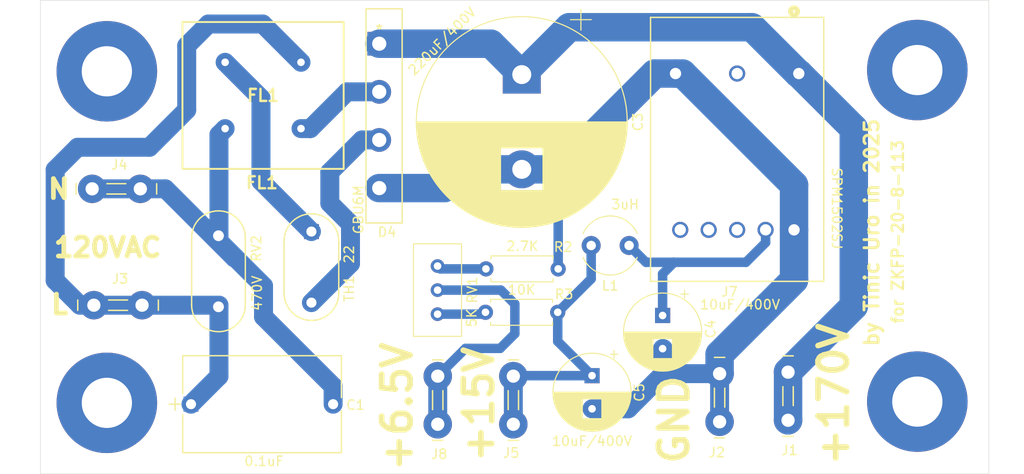
<source format=kicad_pcb>
(kicad_pcb (version 20241228) (generator "pcbnew") (generator_version "9.0")
  (layers (0 "F.Cu" signal) (2 "B.Cu" signal) (13 "F.Paste" user) (15 "B.Paste" user) (5 "F.SilkS" user "F.Silkscreen") (7 "B.SilkS" user "B.Silkscreen") (1 "F.Mask" user) (3 "B.Mask" user) (25 "Edge.Cuts" user))
  (net 0 "")
  (net 1 "GND")
  (net 2 "ACN")
  (net 3 "+15V")
  (net 4 "+170V")
  (net 5 "Net-(D4-Pad3)")
  (net 10 "+6V")
  (net 11 "Net-(R2-Pad1)")
  (net 12 "Net-(R3-Pad2)")
  (net 13 "ACL")
  (net 14 "/VOUT")
  (net 15 "Net-(D4-Pad2)")
  (net 16 "Net-(FL1-Pad2)")
  (footprint "Capacitor_THT:CP_Radial_D8.0mm_P3.50mm" (layer "F.Cu") (at 97.09 67.727349 -90)
    (property "Reference" "C4" (at 1.432651 -5.06 270) (layer "F.SilkS"))
    (property "Value" "10uF/400V" (at -1.15 -8.16 0) (layer "F.SilkS"))
    (pad "1" thru_hole rect (at 0 0 270) (size 1.6 1.6) (drill 0.8) (layers "*.Cu" "*.Mask") (net 14 "/VOUT"))
    (pad "2" thru_hole circle (at 3.5 0 270) (size 1.6 1.6) (drill 0.8) (layers "*.Cu" "*.Mask") (net 1 "GND"))
  )
  (footprint "ac-dc-converter:CONN_726386-2_TEC" (layer "F.Cu") (at 103.100001 78.947834 90)
    (property "Reference" "J2" (at -3.232166 -0.290001 0) (layer "F.SilkS"))
    (property "Value" "726386-2")
    (pad "1" thru_hole circle (at 0 0 90) (size 3 3) (drill 1.4) (layers "*.Cu" "*.Mask") (net 1 "GND"))
    (pad "2" thru_hole circle (at 5.08 0 90) (size 3 3) (drill 1.4) (layers "*.Cu" "*.Mask") (net 1 "GND"))
  )
  (footprint "MountingHole:MountingHole_5.3mm_M5_Pad" (layer "F.Cu") (at 123.950001 76.817834)
    (property "Reference" "REF**" (hide yes))
    (property "Value" "MountingHole_5.3mm_M5_Pad")
    (pad "1" thru_hole circle (at 0 0) (size 10.6 10.6) (drill 5.3) (layers "*.Cu" "*.Mask"))
  )
  (footprint "ac-dc-converter:SU9HF07015" (layer "F.Cu") (at 58.96 41 180)
    (property "Reference" "FL1" (at 4 -3.5 0) (layer "F.SilkS") (effects (font (size 1.27 1.27) (thickness 0.254))))
    (property "Value" "1.5mH" (hide yes))
    (fp_text user "${REFERENCE}" (at 4.12 -12.72 0) (layer "F.SilkS") (effects (font (size 1.27 1.27) (thickness 0.254))))
    (pad "1" thru_hole circle (at 0 0 180) (size 1.3 1.3) (drill 0.8) (layers "*.Cu" "*.Mask") (net 13 "ACL"))
    (pad "2" thru_hole circle (at 8 0 180) (size 1.3 1.3) (drill 0.8) (layers "*.Cu" "*.Mask") (net 16 "Net-(FL1-Pad2)"))
    (pad "3" thru_hole circle (at 8 -7 180) (size 1.3 1.3) (drill 0.8) (layers "*.Cu" "*.Mask") (net 2 "ACN"))
    (pad "4" thru_hole circle (at 0 -7 180) (size 1.3 1.3) (drill 0.8) (layers "*.Cu" "*.Mask") (net 15 "Net-(D4-Pad2)"))
  )
  (footprint "ac-dc-converter:CONN8_502SJ_TMA" (layer "F.Cu") (at 111.449998 42.187831 -90)
    (property "Reference" "J7" (at 23.040003 7.299997 0) (layer "F.SilkS"))
    (property "Value" "SPM1502SJ" (at 14.250003 -4.010003 270) (layer "F.SilkS"))
    (pad "1" thru_hole circle (at 0 0 270) (size 1.7018 1.7018) (drill 1.1938) (layers "*.Cu" "*.Mask") (net 4 "+170V"))
    (pad "3" thru_hole circle (at 0 6.499998 270) (size 1.7018 1.7018) (drill 1.1938) (layers "*.Cu" "*.Mask"))
    (pad "5" thru_hole circle (at 0 12.999996 270) (size 1.7018 1.7018) (drill 1.1938) (layers "*.Cu" "*.Mask") (net 1 "GND"))
    (pad "6" thru_hole circle (at 16.500003 12.499996 270) (size 1.7018 1.7018) (drill 1.1938) (layers "*.Cu" "*.Mask"))
    (pad "7" thru_hole circle (at 16.500003 9.499997 270) (size 1.7018 1.7018) (drill 1.1938) (layers "*.Cu" "*.Mask"))
    (pad "8" thru_hole circle (at 16.500003 6.499998 270) (size 1.7018 1.7018) (drill 1.1938) (layers "*.Cu" "*.Mask"))
    (pad "9" thru_hole circle (at 16.500003 3.499999 270) (size 1.7018 1.7018) (drill 1.1938) (layers "*.Cu" "*.Mask") (net 14 "/VOUT"))
    (pad "10" thru_hole circle (at 16.500003 0.5 270) (size 1.7018 1.7018) (drill 1.1938) (layers "*.Cu" "*.Mask") (net 1 "GND"))
  )
  (footprint "Capacitor_THT:CP_Radial_D8.0mm_P3.50mm" (layer "F.Cu") (at 89.65 74.077349 -90)
    (property "Reference" "C5" (at 1.782651 -4.99 270) (layer "F.SilkS"))
    (property "Value" "10uF/400V" (at 6.912651 0.01 0) (layer "F.SilkS"))
    (pad "1" thru_hole rect (at 0 0 270) (size 1.6 1.6) (drill 0.8) (layers "*.Cu" "*.Mask") (net 3 "+15V"))
    (pad "2" thru_hole circle (at 3.5 0 270) (size 1.6 1.6) (drill 0.8) (layers "*.Cu" "*.Mask") (net 1 "GND"))
  )
  (footprint "ac-dc-converter:CAP_17.5 X 10 X 16.5_VIS" (layer "F.Cu") (at 47.36105 77.09)
    (property "Reference" "C1" (at 17.34895 0.09 0) (layer "F.SilkS"))
    (property "Value" "0.1uF" (at 7.69895 6.02 0) (layer "F.SilkS"))
    (pad "1" thru_hole rect (at 0 0) (size 1.5748 1.5748) (drill 1.0668) (layers "*.Cu" "*.Mask") (net 13 "ACL"))
    (pad "2" thru_hole circle (at 14.986 0) (size 1.5748 1.5748) (drill 1.0668) (layers "*.Cu" "*.Mask") (net 2 "ACN"))
  )
  (footprint "ac-dc-converter:RECT_GBU_VIS" (layer "F.Cu") (at 67.212 39.04)
    (property "Reference" "D4" (at 0.818 19.89 0) (layer "F.SilkS"))
    (property "Value" "GBU6M" (at -2.192 17.52 90) (layer "F.SilkS"))
    (fp_text user "*" (at 0 -1.4732 0) (layer "F.SilkS"))
    (fp_text user "*" (at 0 -1.4732 0) (layer "F.SilkS"))
    (pad "1" thru_hole rect (at 0 0) (size 2.5 2.5) (drill 1.5) (layers "*.Cu" "*.Mask") (net 4 "+170V"))
    (pad "2" thru_hole circle (at 0 5.08) (size 2.5 2.5) (drill 1.5) (layers "*.Cu" "*.Mask") (net 15 "Net-(D4-Pad2)"))
    (pad "3" thru_hole circle (at 0 10.16) (size 2.5 2.5) (drill 1.5) (layers "*.Cu" "*.Mask") (net 5 "Net-(D4-Pad3)"))
    (pad "4" thru_hole circle (at 0 15.24) (size 2.5 2.5) (drill 1.5) (layers "*.Cu" "*.Mask") (net 1 "GND"))
  )
  (footprint "ac-dc-converter:MF72-010D9_CTM" (layer "F.Cu") (at 60.06 58.87 -90)
    (property "Reference" "TH1" (at 6.03 -3.98 90) (layer "F.SilkS"))
    (property "Value" "22" (at 2.4 -3.98 90) (layer "F.SilkS"))
    (pad "1" thru_hole rect (at 0 0 270) (size 1.5748 1.5748) (drill 1.0668) (layers "*.Cu" "*.Mask") (net 16 "Net-(FL1-Pad2)"))
    (pad "2" thru_hole circle (at 7.5 0 270) (size 1.5748 1.5748) (drill 1.0668) (layers "*.Cu" "*.Mask") (net 5 "Net-(D4-Pad3)"))
  )
  (footprint "ac-dc-converter:CONN_726386-2_TEC" (layer "F.Cu") (at 36.94 54.36)
    (property "Reference" "J4" (at 2.87 -2.54 0) (layer "F.SilkS"))
    (property "Value" "726386-2")
    (pad "1" thru_hole circle (at 0 0) (size 3 3) (drill 1.4) (layers "*.Cu" "*.Mask") (net 2 "ACN"))
    (pad "2" thru_hole circle (at 5.08 0) (size 3 3) (drill 1.4) (layers "*.Cu" "*.Mask") (net 2 "ACN"))
  )
  (footprint "Resistor_THT:R_Axial_DIN0207_L6.3mm_D2.5mm_P7.62mm_Horizontal" (layer "F.Cu") (at 86.030001 67.387834 180)
    (property "Reference" "R3" (at -0.669999 1.897834 0) (layer "F.SilkS"))
    (property "Value" "10K" (at 3.81 2.37 0) (layer "F.SilkS"))
    (pad "1" thru_hole circle (at 0 0 180) (size 1.6 1.6) (drill 0.8) (layers "*.Cu" "*.Mask") (net 3 "+15V"))
    (pad "2" thru_hole oval (at 7.62 0 180) (size 1.6 1.6) (drill 0.8) (layers "*.Cu" "*.Mask") (net 12 "Net-(R3-Pad2)"))
  )
  (footprint "Capacitor_THT:CP_Radial_D22.0mm_P10.00mm_SnapIn" (layer "F.Cu") (at 82.24 42.3 -90)
    (property "Reference" "C3" (at 5 -12.25 90) (layer "F.SilkS"))
    (property "Value" "220uF/400V" (at -3.52 8.39 45) (layer "F.SilkS"))
    (pad "1" thru_hole rect (at 0 0 270) (size 4 4) (drill 2) (layers "*.Cu" "*.Mask") (net 4 "+170V"))
    (pad "2" thru_hole circle (at 10 0 270) (size 4 4) (drill 2) (layers "*.Cu" "*.Mask") (net 1 "GND"))
  )
  (footprint "ac-dc-converter:CONN_726386-2_TEC" (layer "F.Cu") (at 37.12 66.64)
    (property "Reference" "J3" (at 2.77 -2.78 0) (layer "F.SilkS"))
    (property "Value" "726386-2")
    (pad "1" thru_hole circle (at 0 0) (size 3 3) (drill 1.4) (layers "*.Cu" "*.Mask") (net 13 "ACL"))
    (pad "2" thru_hole circle (at 5.08 0) (size 3 3) (drill 1.4) (layers "*.Cu" "*.Mask") (net 13 "ACL"))
  )
  (footprint "Resistor_THT:R_Axial_DIN0207_L6.3mm_D2.5mm_P7.62mm_Horizontal" (layer "F.Cu") (at 78.460001 62.807834)
    (property "Reference" "R2" (at 8.139999 -2.307834 0) (layer "F.SilkS"))
    (property "Value" "2.7K" (at 3.84 -2.39 0) (layer "F.SilkS"))
    (pad "1" thru_hole circle (at 0 0) (size 1.6 1.6) (drill 0.8) (layers "*.Cu" "*.Mask") (net 11 "Net-(R2-Pad1)"))
    (pad "2" thru_hole oval (at 7.62 0) (size 1.6 1.6) (drill 0.8) (layers "*.Cu" "*.Mask") (net 1 "GND"))
  )
  (footprint "ac-dc-converter:CONN_726386-2_TEC" (layer "F.Cu") (at 73.38 79.21 90)
    (property "Reference" "J8" (at -3.16 0.15 0) (layer "F.SilkS"))
    (property "Value" "726386-2")
    (pad "1" thru_hole circle (at 0 0 90) (size 3 3) (drill 1.4) (layers "*.Cu" "*.Mask") (net 10 "+6V"))
    (pad "2" thru_hole circle (at 5.08 0 90) (size 3 3) (drill 1.4) (layers "*.Cu" "*.Mask") (net 10 "+6V"))
  )
  (footprint "Inductor_THT:L_Radial_D6.0mm_P4.00mm" (layer "F.Cu") (at 93.560001 60.337834 180)
    (property "Reference" "L1" (at 2 -4.25 0) (layer "F.SilkS"))
    (property "Value" "3uH" (at 0.42 4.33 0) (layer "F.SilkS"))
    (pad "1" thru_hole circle (at 0 0 180) (size 2 2) (drill 1) (layers "*.Cu" "*.Mask") (net 14 "/VOUT"))
    (pad "2" thru_hole circle (at 4 0 180) (size 2 2) (drill 1) (layers "*.Cu" "*.Mask") (net 3 "+15V"))
  )
  (footprint "ac-dc-converter:CONN_726386-2_TEC" (layer "F.Cu") (at 81.35 79.21 90)
    (property "Reference" "J5" (at -3.02 -0.22 0) (layer "F.SilkS"))
    (property "Value" "726386-2")
    (pad "1" thru_hole circle (at 0 0 90) (size 3 3) (drill 1.4) (layers "*.Cu" "*.Mask") (net 3 "+15V"))
    (pad "2" thru_hole circle (at 5.08 0 90) (size 3 3) (drill 1.4) (layers "*.Cu" "*.Mask") (net 3 "+15V"))
  )
  (footprint "ac-dc-converter:CONN_726386-2_TEC" (layer "F.Cu") (at 110.320001 78.787834 90)
    (property "Reference" "J1" (at -3.162166 0.149999 0) (layer "F.SilkS"))
    (property "Value" "726386-2")
    (pad "1" thru_hole circle (at 0 0 90) (size 3 3) (drill 1.4) (layers "*.Cu" "*.Mask") (net 4 "+170V"))
    (pad "2" thru_hole circle (at 5.08 0 90) (size 3 3) (drill 1.4) (layers "*.Cu" "*.Mask") (net 4 "+170V"))
  )
  (footprint "Potentiometer_THT:Potentiometer_Bourns_3296W_Vertical" (layer "F.Cu") (at 73.360001 67.587834 -90)
    (property "Reference" "RV1" (at -2.54 -3.66 90) (layer "F.SilkS"))
    (property "Value" "5K" (at 0.392166 -3.599999 90) (layer "F.SilkS"))
    (pad "1" thru_hole circle (at 0 0 270) (size 1.44 1.44) (drill 0.8) (layers "*.Cu" "*.Mask") (net 12 "Net-(R3-Pad2)"))
    (pad "2" thru_hole circle (at -2.54 0 270) (size 1.44 1.44) (drill 0.8) (layers "*.Cu" "*.Mask") (net 10 "+6V"))
    (pad "3" thru_hole circle (at -5.08 0 270) (size 1.44 1.44) (drill 0.8) (layers "*.Cu" "*.Mask") (net 11 "Net-(R2-Pad1)"))
  )
  (footprint "MountingHole:MountingHole_5.3mm_M5_Pad" (layer "F.Cu") (at 38.49 41.95)
    (property "Reference" "REF**" (hide yes))
    (property "Value" "MountingHole_5.3mm_M5_Pad")
    (pad "1" thru_hole circle (at 0 0) (size 10.6 10.6) (drill 5.3) (layers "*.Cu" "*.Mask"))
  )
  (footprint "MountingHole:MountingHole_5.3mm_M5_Pad" (layer "F.Cu") (at 38.49 76.95)
    (property "Reference" "REF**" (hide yes))
    (property "Value" "MountingHole_5.3mm_M5_Pad")
    (pad "1" thru_hole circle (at 0 0) (size 10.6 10.6) (drill 5.3) (layers "*.Cu" "*.Mask"))
  )
  (footprint "ac-dc-converter:VAR_MOV-10D471K_BRN" (layer "F.Cu") (at 50.26 63.06 90)
    (property "Reference" "RV2" (at 2.41 4 90) (layer "F.SilkS"))
    (property "Value" "470V" (at -2.32 4.07 90) (layer "F.SilkS"))
    (pad "1" thru_hole rect (at -3.75 0 90) (size 1.651 1.651) (drill 1.143) (layers "*.Cu" "*.Mask") (net 13 "ACL"))
    (pad "2" thru_hole circle (at 3.75 0 90) (size 1.651 1.651) (drill 1.143) (layers "*.Cu" "*.Mask") (net 2 "ACN"))
  )
  (footprint "MountingHole:MountingHole_5.3mm_M5_Pad" (layer "F.Cu") (at 123.950001 41.817834)
    (property "Reference" "REF**" (hide yes))
    (property "Value" "MountingHole_5.3mm_M5_Pad")
    (pad "1" thru_hole circle (at 0 0) (size 10.6 10.6) (drill 5.3) (layers "*.Cu" "*.Mask"))
  )
  (gr_rect (start 31.49 34.45) (end 131.49 84.45) (stroke (width 0.05)) (fill no) (layer "Edge.Cuts"))
  (gr_text "by Tinic Uro in 2025" (at 120.02 71.13 90) (layer "F.SilkS") (effects (font (size 1.5 1.5) (thickness 0.3) (bold yes)) (justify left bottom)))
  (gr_text "GND" (at 100.05 83.69 90) (layer "F.SilkS") (effects (font (size 3 3) (thickness 0.6) (bold yes)) (justify left bottom)))
  (gr_text "120VAC" (at 32.67 61.72 0) (layer "F.SilkS") (effects (font (size 2 2) (thickness 0.5) (bold yes)) (justify left bottom)))
  (gr_text "for ZKFP-20-8-113" (at 122.59 68.7 90) (layer "F.SilkS") (effects (font (size 1.2 1.2) (thickness 0.24) (bold yes)) (justify left bottom)))
  (gr_text "+15V" (at 79.47 83.5 90) (layer "F.SilkS") (effects (font (size 3 3) (thickness 0.6) (bold yes)) (justify left bottom)))
  (gr_text "N" (at 32.05 55.55 0) (layer "F.SilkS") (effects (font (size 2 2) (thickness 0.5) (bold yes)) (justify left bottom)))
  (gr_text "L" (at 32.37 67.74 0) (layer "F.SilkS") (effects (font (size 2 2) (thickness 0.5) (bold yes)) (justify left bottom)))
  (gr_text "+170V" (at 116.880001 83.867834 90) (layer "F.SilkS") (effects (font (size 3 3) (thickness 0.6) (bold yes)) (justify left bottom)))
  (gr_text "+6.5V" (at 70.86 84.46 90) (layer "F.SilkS") (effects (font (size 3 3) (thickness 0.6) (bold yes)) (justify left bottom)))
  (segment (start 98.422171 42.16) (end 98.450002 42.187831) (width 2) (layer "B.Cu") (net 1))
  (segment (start 86.080001 52.3) (end 82.24 52.3) (width 3) (layer "B.Cu") (net 1))
  (segment (start 67.212 54.28) (end 74.07 54.28) (width 3) (layer "B.Cu") (net 1))
  (segment (start 93.462651 77.577349) (end 97.09 73.95) (width 2) (layer "B.Cu") (net 1))
  (segment (start 97.172166 73.867834) (end 97.09 73.95) (width 2) (layer "B.Cu") (net 1))
  (segment (start 86.080001 62.807834) (end 86.080001 52.3) (width 1) (layer "B.Cu") (net 1))
  (segment (start 86.100001 52.32) (end 86.13 52.32) (width 3) (layer "B.Cu") (net 1))
  (segment (start 96.262169 42.187831) (end 98.450002 42.187831) (width 3) (layer "B.Cu") (net 1))
  (segment (start 110.949998 53.949998) (end 110.949998 58.687834) (width 3) (layer "B.Cu") (net 1))
  (segment (start 97.09 71.227349) (end 97.167349 71.227349) (width 2) (layer "B.Cu") (net 1))
  (segment (start 103.100001 73.867834) (end 97.172166 73.867834) (width 2) (layer "B.Cu") (net 1))
  (segment (start 86.13 52.32) (end 96.262169 42.187831) (width 3) (layer "B.Cu") (net 1))
  (segment (start 103.100001 71.829999) (end 103.100001 73.867834) (width 3) (layer "B.Cu") (net 1))
  (segment (start 76.05 52.3) (end 82.24 52.3) (width 3) (layer "B.Cu") (net 1))
  (segment (start 89.65 77.577349) (end 93.462651 77.577349) (width 2) (layer "B.Cu") (net 1))
  (segment (start 110.949998 58.687834) (end 110.949998 63.980002) (width 3) (layer "B.Cu") (net 1))
  (segment (start 74.07 54.28) (end 76.05 52.3) (width 3) (layer "B.Cu") (net 1))
  (segment (start 98.450002 42.187831) (end 99.187831 42.187831) (width 3) (layer "B.Cu") (net 1))
  (segment (start 99.187831 42.187831) (end 110.949998 53.949998) (width 3) (layer "B.Cu") (net 1))
  (segment (start 110.949998 63.980002) (end 103.100001 71.829999) (width 3) (layer "B.Cu") (net 1))
  (segment (start 86.080001 52.3) (end 86.100001 52.32) (width 3) (layer "B.Cu") (net 1))
  (segment (start 103.100001 73.867834) (end 103.100001 78.947834) (width 2) (layer "B.Cu") (net 1))
  (segment (start 97.09 73.95) (end 97.09 71.227349) (width 2) (layer "B.Cu") (net 1))
  (segment (start 50.31 59.91) (end 55.01 64.61) (width 2) (layer "B.Cu") (net 2))
  (segment (start 55.01 67.86) (end 62.34705 75.19705) (width 2) (layer "B.Cu") (net 2))
  (segment (start 50.26 59.86) (end 50.26 59.31) (width 2) (layer "B.Cu") (net 2))
  (segment (start 52.055 61.655) (end 50.26 59.86) (width 2) (layer "B.Cu") (net 2))
  (segment (start 51.955 61.655) (end 52.055 61.655) (width 2) (layer "B.Cu") (net 2))
  (segment (start 36.94 54.36) (end 44.66 54.36) (width 2) (layer "B.Cu") (net 2))
  (segment (start 55.01 64.61) (end 55.01 67.86) (width 2) (layer "B.Cu") (net 2))
  (segment (start 62.34705 75.19705) (end 62.34705 77.09) (width 2) (layer "B.Cu") (net 2))
  (segment (start 44.66 54.36) (end 51.955 61.655) (width 2) (layer "B.Cu") (net 2))
  (segment (start 50.31 48.65) (end 50.31 59.91) (width 2) (layer "B.Cu") (net 2))
  (segment (start 50.96 48) (end 50.31 48.65) (width 2) (layer "B.Cu") (net 2))
  (segment (start 81.35 79.21) (end 81.35 74.13) (width 2) (layer "B.Cu") (net 3))
  (segment (start 89.560001 60.337834) (end 89.560001 63.857834) (width 1) (layer "B.Cu") (net 3))
  (segment (start 86.030001 70.45735) (end 89.65 74.077349) (width 1) (layer "B.Cu") (net 3))
  (segment (start 89.65 74.077349) (end 81.402651 74.077349) (width 1) (layer "B.Cu") (net 3))
  (segment (start 86.030001 67.387834) (end 86.030001 70.45735) (width 1) (layer "B.Cu") (net 3))
  (segment (start 81.402651 74.077349) (end 81.35 74.13) (width 1) (layer "B.Cu") (net 3))
  (segment (start 89.560001 63.857834) (end 86.030001 67.387834) (width 1) (layer "B.Cu") (net 3))
  (segment (start 82.24 42.3) (end 87.24 37.3) (width 3) (layer "B.Cu") (net 4))
  (segment (start 78.98 39.04) (end 82.24 42.3) (width 3) (layer "B.Cu") (net 4))
  (segment (start 117.25 47.987833) (end 111.449998 42.187831) (width 3) (layer "B.Cu") (net 4))
  (segment (start 87.24 37.3) (end 106.51 37.3) (width 3) (layer "B.Cu") (net 4))
  (segment (start 110.320001 73.669999) (end 117.25 66.74) (width 3) (layer "B.Cu") (net 4))
  (segment (start 67.212 39.04) (end 78.98 39.04) (width 3) (layer "B.Cu") (net 4))
  (segment (start 106.51 37.3) (end 111.397831 42.187831) (width 3) (layer "B.Cu") (net 4))
  (segment (start 117.25 66.74) (end 117.25 47.987833) (width 3) (layer "B.Cu") (net 4))
  (segment (start 111.397831 42.187831) (end 111.449998 42.187831) (width 3) (layer "B.Cu") (net 4))
  (segment (start 110.320001 78.787834) (end 110.320001 73.669999) (width 3) (layer "B.Cu") (net 4))
  (segment (start 65.39 49.2) (end 62 52.59) (width 2) (layer "B.Cu") (net 5))
  (segment (start 64.18 62.25) (end 60.06 66.37) (width 2) (layer "B.Cu") (net 5))
  (segment (start 64.18 58.06) (end 64.18 62.25) (width 2) (layer "B.Cu") (net 5))
  (segment (start 62 52.59) (end 62 55.88) (width 2) (layer "B.Cu") (net 5))
  (segment (start 67.212 49.2) (end 65.39 49.2) (width 2) (layer "B.Cu") (net 5))
  (segment (start 62 55.88) (end 64.18 58.06) (width 2) (layer "B.Cu") (net 5))
  (segment (start 81.51 69.65) (end 81.51 66.52) (width 1) (layer "B.Cu") (net 10))
  (segment (start 79.96 71.2) (end 81.51 69.65) (width 1) (layer "B.Cu") (net 10))
  (segment (start 80.037834 65.047834) (end 73.360001 65.047834) (width 1) (layer "B.Cu") (net 10))
  (segment (start 73.38 74.13) (end 76.31 71.2) (width 1) (layer "B.Cu") (net 10))
  (segment (start 81.51 66.52) (end 80.037834 65.047834) (width 1) (layer "B.Cu") (net 10))
  (segment (start 76.31 71.2) (end 79.96 71.2) (width 1) (layer "B.Cu") (net 10))
  (segment (start 73.38 74.13) (end 73.38 79.21) (width 2) (layer "B.Cu") (net 10))
  (segment (start 78.460001 62.807834) (end 73.660001 62.807834) (width 1) (layer "B.Cu") (net 11))
  (segment (start 73.660001 62.807834) (end 73.360001 62.507834) (width 1) (layer "B.Cu") (net 11))
  (segment (start 78.210001 67.587834) (end 78.410001 67.387834) (width 1) (layer "B.Cu") (net 12))
  (segment (start 73.360001 67.587834) (end 78.210001 67.587834) (width 1) (layer "B.Cu") (net 12))
  (segment (start 54.92 36.96) (end 58.96 41) (width 2) (layer "B.Cu") (net 13))
  (segment (start 42.98 49.97) (end 46.91 46.04) (width 2) (layer "B.Cu") (net 13))
  (segment (start 50.31 74.14105) (end 47.36105 77.09) (width 2) (layer "B.Cu") (net 13))
  (segment (start 50.31 66.64) (end 50.31 74.14105) (width 2) (layer "B.Cu") (net 13))
  (segment (start 37.12 66.64) (end 50.31 66.64) (width 2) (layer "B.Cu") (net 13))
  (segment (start 35.65 66.64) (end 33.04 64.03) (width 2) (layer "B.Cu") (net 13))
  (segment (start 46.91 39.25) (end 49.2 36.96) (width 2) (layer "B.Cu") (net 13))
  (segment (start 33.04 64.03) (end 33.04 52.34) (width 2) (layer "B.Cu") (net 13))
  (segment (start 33.04 52.34) (end 35.41 49.97) (width 2) (layer "B.Cu") (net 13))
  (segment (start 37.12 66.64) (end 35.65 66.64) (width 2) (layer "B.Cu") (net 13))
  (segment (start 46.91 46.04) (end 46.91 39.25) (width 2) (layer "B.Cu") (net 13))
  (segment (start 35.41 49.97) (end 42.98 49.97) (width 2) (layer "B.Cu") (net 13))
  (segment (start 49.2 36.96) (end 54.92 36.96) (width 2) (layer "B.Cu") (net 13))
  (segment (start 97.09 63.330002) (end 98.280001 62.140001) (width 1) (layer "B.Cu") (net 14))
  (segment (start 98.280001 62.140001) (end 98.25 62.11) (width 1) (layer "B.Cu") (net 14))
  (segment (start 107.949999 60.040001) (end 107.949999 58.687834) (width 1) (layer "B.Cu") (net 14))
  (segment (start 97.09 67.727349) (end 97.09 63.330002) (width 1) (layer "B.Cu") (net 14))
  (segment (start 98.25 62.11) (end 105.88 62.11) (width 1) (layer "B.Cu") (net 14))
  (segment (start 95.332167 62.11) (end 98.25 62.11) (width 1) (layer "B.Cu") (net 14))
  (segment (start 93.560001 60.337834) (end 95.332167 62.11) (width 1) (layer "B.Cu") (net 14))
  (segment (start 105.88 62.11) (end 107.949999 60.040001) (width 1) (layer "B.Cu") (net 14))
  (segment (start 59.94 48) (end 63.82 44.12) (width 2) (layer "B.Cu") (net 15))
  (segment (start 63.82 44.12) (end 67.212 44.12) (width 2) (layer "B.Cu") (net 15))
  (segment (start 58.96 48) (end 59.94 48) (width 2) (layer "B.Cu") (net 15))
  (segment (start 54.74 44.78) (end 54.74 53.55) (width 2) (layer "B.Cu") (net 16))
  (segment (start 50.96 41) (end 54.74 44.78) (width 2) (layer "B.Cu") (net 16))
  (segment (start 54.74 53.55) (end 60.06 58.87) (width 2) (layer "B.Cu") (net 16))
)
</source>
